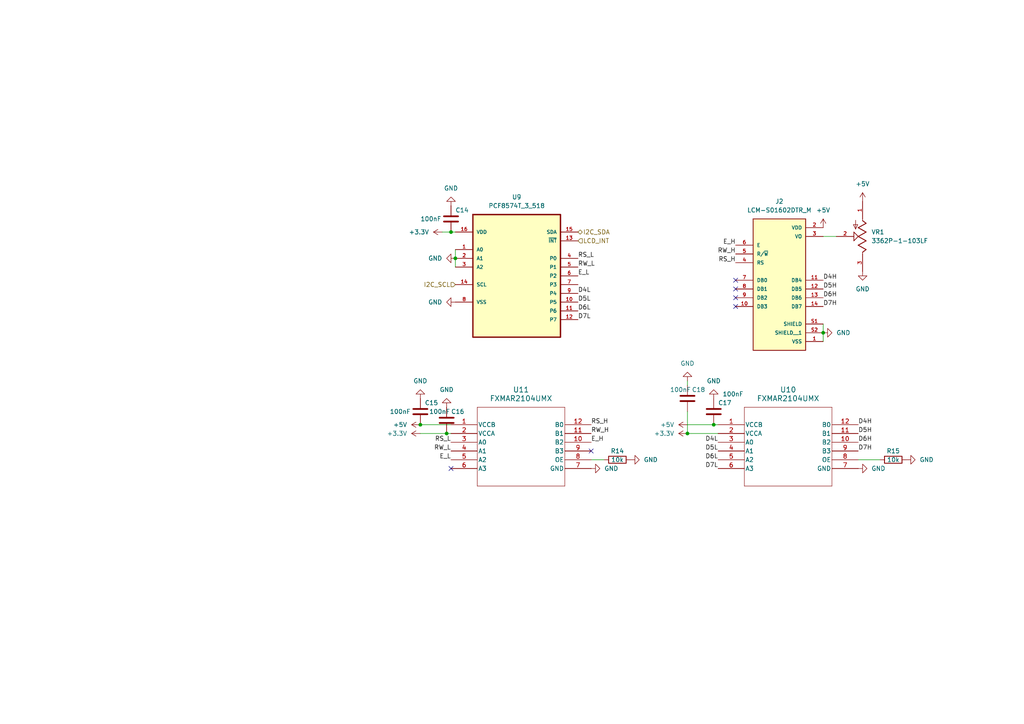
<source format=kicad_sch>
(kicad_sch (version 20230121) (generator eeschema)
  (paper "A4")
  (lib_symbols
    (symbol "2024-05-14_23-25-40:FXMAR2104UMX" (pin_names (offset 0.254))
      (property "Reference" "U" (at 20.32 10.16 0))
      (property "Value" "FXMAR2104UMX" (at 20.32 7.62 0))
      (symbol "FXMAR2104UMX_0_1"
        (polyline (pts (xy 7.62 -17.78) (xy 33.02 -17.78)) (stroke (width 0.127)))
        (polyline (pts (xy 7.62 5.08) (xy 7.62 -17.78)) (stroke (width 0.127)))
        (polyline (pts (xy 33.02 -17.78) (xy 33.02 5.08)) (stroke (width 0.127)))
        (polyline (pts (xy 33.02 5.08) (xy 7.62 5.08)) (stroke (width 0.127)))
        (pin power_in line (at 0 0 0) (length 7.62) (name "VCCB") (number "1"))
        (pin bidirectional line (at 40.64 -5.08 180) (length 7.62) (name "B2") (number "10"))
        (pin bidirectional line (at 40.64 -2.54 180) (length 7.62) (name "B1") (number "11"))
        (pin bidirectional line (at 40.64 0 180) (length 7.62) (name "B0") (number "12"))
        (pin power_in line (at 0 -2.54 0) (length 7.62) (name "VCCA") (number "2"))
        (pin bidirectional line (at 0 -5.08 0) (length 7.62) (name "A0") (number "3"))
        (pin bidirectional line (at 0 -7.62 0) (length 7.62) (name "A1") (number "4"))
        (pin bidirectional line (at 0 -10.16 0) (length 7.62) (name "A2") (number "5"))
        (pin bidirectional line (at 0 -12.7 0) (length 7.62) (name "A3") (number "6"))
        (pin power_out line (at 40.64 -12.7 180) (length 7.62) (name "GND") (number "7"))
        (pin input line (at 40.64 -10.16 180) (length 7.62) (name "OE") (number "8"))
        (pin bidirectional line (at 40.64 -7.62 180) (length 7.62) (name "B3") (number "9"))
      )
    )
    (symbol "3362P-1-103LF:3362P-1-103LF" (pin_names (offset 1.016))
      (property "Reference" "VR" (at -10.1818 2.5465 0))
      (property "Value" "3362P-1-103LF" (at -10.1645 -7.6423 0))
      (symbol "3362P-1-103LF_0_0"
        (polyline (pts (xy -5.08 0) (xy -4.572 0)) (stroke (width 0.1524)))
        (polyline (pts (xy -4.699 -2.032) (xy -2.159 -2.032)) (stroke (width 0.1524)))
        (polyline (pts (xy -4.572 0) (xy -3.81 1.016)) (stroke (width 0.254)))
        (polyline (pts (xy -3.81 1.016) (xy -2.54 -1.27)) (stroke (width 0.254)))
        (polyline (pts (xy -3.429 -2.667) (xy -3.429 -1.397)) (stroke (width 0.1524)))
        (polyline (pts (xy -3.429 -1.397) (xy -2.159 -2.032)) (stroke (width 0.1524)))
        (polyline (pts (xy -2.54 -1.27) (xy -1.27 1.016)) (stroke (width 0.254)))
        (polyline (pts (xy -2.159 -2.032) (xy -3.429 -2.667)) (stroke (width 0.1524)))
        (polyline (pts (xy -1.27 -2.54) (xy 0 -1.27)) (stroke (width 0.2032)))
        (polyline (pts (xy -1.27 1.016) (xy 0 -1.27)) (stroke (width 0.254)))
        (polyline (pts (xy 0 -1.27) (xy 1.27 -2.54)) (stroke (width 0.2032)))
        (polyline (pts (xy 0 -1.27) (xy 1.27 1.016)) (stroke (width 0.254)))
        (polyline (pts (xy 1.27 -2.54) (xy -1.27 -2.54)) (stroke (width 0.2032)))
        (polyline (pts (xy 1.27 1.016) (xy 2.54 -1.27)) (stroke (width 0.254)))
        (polyline (pts (xy 2.54 -1.27) (xy 3.81 1.016)) (stroke (width 0.254)))
        (polyline (pts (xy 3.81 1.016) (xy 4.572 0)) (stroke (width 0.254)))
        (polyline (pts (xy 4.572 0) (xy 5.08 0)) (stroke (width 0.1524)))
        (pin passive line (at -10.16 0 0) (length 5.08) (name "~") (number "1"))
        (pin passive line (at 0 -7.62 90) (length 5.08) (name "~") (number "2"))
        (pin passive line (at 10.16 0 180) (length 5.08) (name "~") (number "3"))
      )
    )
    (symbol "Device:C" (pin_numbers hide) (pin_names (offset 0.254))
      (property "Reference" "C" (at 0.635 2.54 0))
      (property "Value" "C" (at 0.635 -2.54 0))
      (symbol "C_0_1"
        (polyline (pts (xy -2.032 -0.762) (xy 2.032 -0.762)) (stroke (width 0.508)))
        (polyline (pts (xy -2.032 0.762) (xy 2.032 0.762)) (stroke (width 0.508)))
      )
      (symbol "C_1_1"
        (pin passive line (at 0 3.81 270) (length 2.794) (name "~") (number "1"))
        (pin passive line (at 0 -3.81 90) (length 2.794) (name "~") (number "2"))
      )
    )
    (symbol "Device:R" (pin_numbers hide) (pin_names (offset 0))
      (property "Reference" "R" (at 2.032 0 90))
      (property "Value" "R" (at 0 0 90))
      (symbol "R_0_1"
        (rectangle (start -1.016 -2.54) (end 1.016 2.54) (stroke (width 0.254)))
      )
      (symbol "R_1_1"
        (pin passive line (at 0 3.81 270) (length 1.27) (name "~") (number "1"))
        (pin passive line (at 0 -3.81 90) (length 1.27) (name "~") (number "2"))
      )
    )
    (symbol "LCM-S01602DTR_M:LCM-S01602DTR_M" (pin_names (offset 1.016))
      (property "Reference" "J" (at -7.62 19.05 0))
      (property "Value" "LCM-S01602DTR_M" (at -7.62 -22.86 0))
      (symbol "LCM-S01602DTR_M_0_0"
        (rectangle (start -7.62 -20.32) (end 7.62 17.78) (stroke (width 0.254)) (fill (type background)))
        (pin power_in line (at 12.7 -17.78 180) (length 5.08) (name "VSS") (number "1"))
        (pin bidirectional line (at -12.7 -7.62 0) (length 5.08) (name "DB3") (number "10"))
        (pin bidirectional line (at 12.7 0 180) (length 5.08) (name "DB4") (number "11"))
        (pin bidirectional line (at 12.7 -2.54 180) (length 5.08) (name "DB5") (number "12"))
        (pin bidirectional line (at 12.7 -5.08 180) (length 5.08) (name "DB6") (number "13"))
        (pin bidirectional line (at 12.7 -7.62 180) (length 5.08) (name "DB7") (number "14"))
        (pin power_in line (at 12.7 15.24 180) (length 5.08) (name "VDD") (number "2"))
        (pin passive line (at 12.7 12.7 180) (length 5.08) (name "VO") (number "3"))
        (pin input line (at -12.7 5.08 0) (length 5.08) (name "RS") (number "4"))
        (pin input line (at -12.7 7.62 0) (length 5.08) (name "R/~{W}") (number "5"))
        (pin input line (at -12.7 10.16 0) (length 5.08) (name "E") (number "6"))
        (pin bidirectional line (at -12.7 0 0) (length 5.08) (name "DB0") (number "7"))
        (pin bidirectional line (at -12.7 -2.54 0) (length 5.08) (name "DB1") (number "8"))
        (pin bidirectional line (at -12.7 -5.08 0) (length 5.08) (name "DB2") (number "9"))
        (pin passive line (at 12.7 -12.7 180) (length 5.08) (name "SHIELD") (number "S1"))
        (pin passive line (at 12.7 -15.24 180) (length 5.08) (name "SHIELD__1") (number "S2"))
      )
    )
    (symbol "PCF8574T_3_518:PCF8574T_3_518" (pin_names (offset 1.016))
      (property "Reference" "U" (at -4.8821 16.5789 0))
      (property "Value" "PCF8574T_3_518" (at -4.6387 -23.3717 0))
      (symbol "PCF8574T_3_518_0_0"
        (rectangle (start -12.7 -20.32) (end 12.7 15.24) (stroke (width 0.4064)) (fill (type background)))
        (pin input line (at -17.78 5.08 0) (length 5.08) (name "A0") (number "1"))
        (pin bidirectional line (at 17.78 -10.16 180) (length 5.08) (name "P5") (number "10"))
        (pin bidirectional line (at 17.78 -12.7 180) (length 5.08) (name "P6") (number "11"))
        (pin bidirectional line (at 17.78 -15.24 180) (length 5.08) (name "P7") (number "12"))
        (pin output line (at 17.78 7.62 180) (length 5.08) (name "~{INT}") (number "13"))
        (pin input line (at -17.78 -5.08 0) (length 5.08) (name "SCL") (number "14"))
        (pin bidirectional line (at 17.78 10.16 180) (length 5.08) (name "SDA") (number "15"))
        (pin power_in line (at -17.78 10.16 0) (length 5.08) (name "VDD") (number "16"))
        (pin input line (at -17.78 2.54 0) (length 5.08) (name "A1") (number "2"))
        (pin input line (at -17.78 0 0) (length 5.08) (name "A2") (number "3"))
        (pin bidirectional line (at 17.78 2.54 180) (length 5.08) (name "P0") (number "4"))
        (pin bidirectional line (at 17.78 0 180) (length 5.08) (name "P1") (number "5"))
        (pin bidirectional line (at 17.78 -2.54 180) (length 5.08) (name "P2") (number "6"))
        (pin bidirectional line (at 17.78 -5.08 180) (length 5.08) (name "P3") (number "7"))
        (pin passive line (at -17.78 -10.16 0) (length 5.08) (name "VSS") (number "8"))
        (pin bidirectional line (at 17.78 -7.62 180) (length 5.08) (name "P4") (number "9"))
      )
    )
    (symbol "power:+3.3V" (power) (pin_names (offset 0))
      (property "Value" "+3.3V" (at 0 3.556 0))
      (symbol "+3.3V_0_1"
        (polyline (pts (xy -0.762 1.27) (xy 0 2.54)))
        (polyline (pts (xy 0 0) (xy 0 2.54)))
        (polyline (pts (xy 0 2.54) (xy 0.762 1.27)))
      )
      (symbol "+3.3V_1_1"
        (pin power_in line (at 0 0 90) (length 0) hide (name "+3.3V") (number "1"))
      )
    )
    (symbol "power:+5V" (power) (pin_names (offset 0))
      (property "Value" "+5V" (at 0 3.556 0))
      (symbol "+5V_0_1"
        (polyline (pts (xy -0.762 1.27) (xy 0 2.54)))
        (polyline (pts (xy 0 0) (xy 0 2.54)))
        (polyline (pts (xy 0 2.54) (xy 0.762 1.27)))
      )
      (symbol "+5V_1_1"
        (pin power_in line (at 0 0 90) (length 0) hide (name "+5V") (number "1"))
      )
    )
    (symbol "power:GND" (power) (pin_names (offset 0))
      (property "Value" "GND" (at 0 -3.81 0))
      (symbol "GND_0_1"
        (polyline (pts (xy 0 0) (xy 0 -1.27) (xy 1.27 -1.27) (xy 0 -2.54) (xy -1.27 -1.27) (xy 0 -1.27)))
      )
      (symbol "GND_1_1"
        (pin power_in line (at 0 0 270) (length 0) hide (name "GND") (number "1"))
      )
    )
  )
  (junction (at 130.81 67.31))
  (junction (at 129.54 125.73))
  (junction (at 207.01 123.19))
  (junction (at 132.08 74.93))
  (junction (at 238.76 96.52))
  (junction (at 121.92 123.19))
  (junction (at 199.39 125.73))
  (no_connect (at 213.36 88.9))
  (no_connect (at 130.81 135.89))
  (no_connect (at 171.45 130.81))
  (no_connect (at 213.36 86.36))
  (no_connect (at 213.36 83.82))
  (no_connect (at 213.36 81.28))
  (wire (pts (xy 238.76 93.98) (xy 238.76 96.52)))
  (wire (pts (xy 207.01 123.19) (xy 208.28 123.19)))
  (wire (pts (xy 132.08 77.47) (xy 132.08 74.93)))
  (wire (pts (xy 171.45 133.35) (xy 175.26 133.35)))
  (wire (pts (xy 128.27 67.31) (xy 130.81 67.31)))
  (wire (pts (xy 132.08 72.39) (xy 132.08 74.93)))
  (wire (pts (xy 121.92 125.73) (xy 129.54 125.73)))
  (wire (pts (xy 130.81 67.31) (xy 132.08 67.31)))
  (wire (pts (xy 121.92 123.19) (xy 130.81 123.19)))
  (wire (pts (xy 129.54 125.73) (xy 130.81 125.73)))
  (wire (pts (xy 199.39 119.38) (xy 199.39 125.73)))
  (wire (pts (xy 199.39 111.76) (xy 199.39 110.49)))
  (wire (pts (xy 199.39 125.73) (xy 208.28 125.73)))
  (wire (pts (xy 238.76 68.58) (xy 242.57 68.58)))
  (wire (pts (xy 238.76 96.52) (xy 238.76 99.06)))
  (wire (pts (xy 199.39 123.19) (xy 207.01 123.19)))
  (wire (pts (xy 248.92 133.35) (xy 255.27 133.35)))
  (label "D7H" (at 248.92 130.81 0))
  (label "D4H" (at 248.92 123.19 0))
  (label "RW_L" (at 130.81 130.81 180))
  (label "D6H" (at 238.76 86.36 0))
  (label "RW_L" (at 167.64 77.47 0))
  (label "D6L" (at 167.64 90.17 0))
  (label "D7L" (at 167.64 92.71 0))
  (label "RS_L" (at 130.81 128.27 180))
  (label "D5H" (at 238.76 83.82 0))
  (label "E_L" (at 167.64 80.01 0))
  (label "D7H" (at 238.76 88.9 0))
  (label "RW_H" (at 213.36 73.66 180))
  (label "D7L" (at 208.28 135.89 180))
  (label "D6L" (at 208.28 133.35 180))
  (label "E_H" (at 171.45 128.27 0))
  (label "D4H" (at 238.76 81.28 0))
  (label "RW_H" (at 171.45 125.73 0))
  (label "D4L" (at 208.28 128.27 180))
  (label "RS_H" (at 171.45 123.19 0))
  (label "E_L" (at 130.81 133.35 180))
  (label "D5H" (at 248.92 125.73 0))
  (label "RS_L" (at 167.64 74.93 0))
  (label "D6H" (at 248.92 128.27 0))
  (label "D5L" (at 208.28 130.81 180))
  (label "E_H" (at 213.36 71.12 180))
  (label "D4L" (at 167.64 85.09 0))
  (label "RS_H" (at 213.36 76.2 180))
  (label "D5L" (at 167.64 87.63 0))
  (hierarchical_label "LCD_INT" (shape input) (at 167.64 69.85 0))
  (hierarchical_label "I2C_SCL" (shape input) (at 132.08 82.55 180))
  (hierarchical_label "I2C_SDA" (shape bidirectional) (at 167.64 67.31 0))
  (symbol (lib_id "power:+5V") (at 250.19 58.42 0) (unit 1)
    (property "Reference" "#PWR033" (effects hide))
    (property "Value" "+5V" (at 250.19 53.34 0))
  )
  (symbol (lib_id "Device:C") (at 129.54 121.92 0) (unit 1)
    (property "Reference" "C16" (at 130.81 119.38 0) (effects (justify left)))
    (property "Value" "100nF" (at 124.46 119.38 0) (effects (justify left)))
  )
  (symbol (lib_id "power:+3.3V") (at 128.27 67.31 90) (unit 1)
    (property "Reference" "#PWR037" (effects hide))
    (property "Value" "+3.3V" (at 124.46 67.31 90) (effects (justify left)))
  )
  (symbol (lib_id "power:GND") (at 238.76 96.52 90) (unit 1)
    (property "Reference" "#PWR012" (effects hide))
    (property "Value" "GND" (at 242.57 96.52 90) (effects (justify right)))
    (instances (project "Motor Programmer Rev. 2" (path "" (reference "#PWR012") (unit 1)) (path "" (reference "#PWR032") (unit 1))))
  )
  (symbol (lib_id "power:+5V") (at 238.76 66.04 0) (unit 1)
    (property "Reference" "#PWR031" (effects hide))
    (property "Value" "+5V" (at 238.76 60.96 0))
  )
  (symbol (lib_id "power:GND") (at 262.89 133.35 90) (unit 1)
    (property "Reference" "#PWR052" (effects hide))
    (property "Value" "GND" (at 266.7 133.35 90) (effects (justify right)))
  )
  (symbol (lib_id "power:GND") (at 248.92 135.89 90) (unit 1)
    (property "Reference" "#PWR012" (effects hide))
    (property "Value" "GND" (at 252.73 135.89 90) (effects (justify right)))
    (instances (project "Motor Programmer Rev. 2" (path "" (reference "#PWR012") (unit 1)) (path "" (reference "#PWR041") (unit 1))))
  )
  (symbol (lib_id "power:GND") (at 250.19 78.74 0) (unit 1)
    (property "Reference" "#PWR034" (effects hide))
    (property "Value" "GND" (at 250.19 83.82 0))
  )
  (symbol (lib_id "2024-05-14_23-25-40:FXMAR2104UMX") (at 208.28 123.19 0) (unit 1)
    (property "Reference" "U10" (at 228.6 113.03 0) (effects (font (size 1.524 1.524))))
    (property "Value" "FXMAR2104UMX" (at 228.6 115.57 0) (effects (font (size 1.524 1.524))))
    (property "Footprint" "footprints3:ULTRATHIN_MLP_12L_ONS" (effects hide))
    (property "Datasheet" "FXMAR2104UMX" (effects hide))
  )
  (symbol (lib_id "power:+5V") (at 121.92 123.19 90) (unit 1)
    (property "Reference" "#PWR031" (effects hide))
    (property "Value" "+5V" (at 118.11 123.19 90) (effects (justify left)))
    (instances (project "Motor Programmer Rev. 2" (path "" (reference "#PWR031") (unit 1)) (path "" (reference "#PWR044") (unit 1))))
  )
  (symbol (lib_id "2024-05-14_23-25-40:FXMAR2104UMX") (at 130.81 123.19 0) (unit 1)
    (property "Reference" "U11" (at 151.13 113.03 0) (effects (font (size 1.524 1.524))))
    (property "Value" "FXMAR2104UMX" (at 151.13 115.57 0) (effects (font (size 1.524 1.524))))
    (property "Footprint" "footprints3:ULTRATHIN_MLP_12L_ONS" (effects hide))
    (property "Datasheet" "FXMAR2104UMX" (effects hide))
  )
  (symbol (lib_id "power:+3.3V") (at 199.39 125.73 90) (unit 1)
    (property "Reference" "#PWR042" (effects hide))
    (property "Value" "+3.3V" (at 195.58 125.73 90) (effects (justify left)))
  )
  (symbol (lib_id "power:GND") (at 132.08 74.93 270) (unit 1)
    (property "Reference" "#PWR039" (effects hide))
    (property "Value" "GND" (at 128.27 74.93 90) (effects (justify right)))
  )
  (symbol (lib_id "power:GND") (at 171.45 135.89 90) (unit 1)
    (property "Reference" "#PWR012" (effects hide))
    (property "Value" "GND" (at 175.26 135.89 90) (effects (justify right)))
    (instances (project "Motor Programmer Rev. 2" (path "" (reference "#PWR012") (unit 1)) (path "" (reference "#PWR046") (unit 1))))
  )
  (symbol (lib_id "power:GND") (at 121.92 115.57 180) (unit 1)
    (property "Reference" "#PWR047" (effects hide))
    (property "Value" "GND" (at 121.92 110.49 0))
  )
  (symbol (lib_id "PCF8574T_3_518:PCF8574T_3_518") (at 149.86 77.47 0) (unit 1)
    (property "Reference" "U9" (at 149.86 57.15 0))
    (property "Value" "PCF8574T_3_518" (at 149.86 59.69 0))
    (property "Footprint" "PCF8574T_3_518:SOIC127P1032X265-16N" (effects hide))
    (property "SUPPLIER" "NXP" (effects hide))
    (property "OC_FARNELL" "2101302" (effects hide))
    (property "OC_NEWARK" "70R6866" (effects hide))
    (property "MPN" "PCF8574T/3,518" (effects hide))
    (property "PACKAGE" "SOIC-16" (effects hide))
  )
  (symbol (lib_id "power:+3.3V") (at 121.92 125.73 90) (unit 1)
    (property "Reference" "#PWR045" (effects hide))
    (property "Value" "+3.3V" (at 118.11 125.73 90) (effects (justify left)))
  )
  (symbol (lib_id "Device:R") (at 179.07 133.35 90) (unit 1)
    (property "Reference" "R14" (at 179.07 130.81 90))
    (property "Value" "10k" (at 179.07 133.35 90))
  )
  (symbol (lib_id "power:GND") (at 207.01 115.57 180) (unit 1)
    (property "Reference" "#PWR049" (effects hide))
    (property "Value" "GND" (at 207.01 110.49 0))
  )
  (symbol (lib_id "3362P-1-103LF:3362P-1-103LF") (at 250.19 68.58 270) (unit 1)
    (property "Reference" "VR1" (at 252.73 67.31 90) (effects (justify left)))
    (property "Value" "3362P-1-103LF" (at 252.73 69.85 90) (effects (justify left)))
    (property "Footprint" "3362P_1_103LF (1):TRIM_3362P-1-103LF" (effects hide))
    (property "PARTREV" "08/26/10" (effects hide))
    (property "MF" "Bourns" (effects hide))
    (property "MP" "3362P-1-205LF" (effects hide))
    (property "STANDARD" "Manufacturer Recommendation" (effects hide))
  )
  (symbol (lib_id "power:GND") (at 199.39 110.49 180) (unit 1)
    (property "Reference" "#PWR050" (effects hide))
    (property "Value" "GND" (at 199.39 105.41 0))
  )
  (symbol (lib_id "power:GND") (at 129.54 118.11 180) (unit 1)
    (property "Reference" "#PWR048" (effects hide))
    (property "Value" "GND" (at 129.54 113.03 0))
  )
  (symbol (lib_id "power:+5V") (at 199.39 123.19 90) (unit 1)
    (property "Reference" "#PWR031" (effects hide))
    (property "Value" "+5V" (at 195.58 123.19 90) (effects (justify left)))
    (instances (project "Motor Programmer Rev. 2" (path "" (reference "#PWR031") (unit 1)) (path "" (reference "#PWR043") (unit 1))))
  )
  (symbol (lib_id "power:GND") (at 132.08 87.63 270) (unit 1)
    (property "Reference" "#PWR036" (effects hide))
    (property "Value" "GND" (at 128.27 87.63 90) (effects (justify right)))
  )
  (symbol (lib_id "power:GND") (at 130.81 59.69 180) (unit 1)
    (property "Reference" "#PWR040" (effects hide))
    (property "Value" "GND" (at 130.81 54.61 0))
  )
  (symbol (lib_id "Device:C") (at 130.81 63.5 0) (unit 1)
    (property "Reference" "C14" (at 132.08 60.96 0) (effects (justify left)))
    (property "Value" "100nF" (at 121.92 63.5 0) (effects (justify left)))
  )
  (symbol (lib_id "Device:C") (at 199.39 115.57 0) (unit 1)
    (property "Reference" "C18" (at 200.66 113.03 0) (effects (justify left)))
    (property "Value" "100nF" (at 194.31 113.03 0) (effects (justify left)))
  )
  (symbol (lib_id "Device:C") (at 207.01 119.38 0) (unit 1)
    (property "Reference" "C17" (at 208.28 116.84 0) (effects (justify left)))
    (property "Value" "100nF" (at 209.55 114.3 0) (effects (justify left)))
  )
  (symbol (lib_id "Device:R") (at 259.08 133.35 90) (unit 1)
    (property "Reference" "R15" (at 259.08 130.81 90))
    (property "Value" "10k" (at 259.08 133.35 90))
  )
  (symbol (lib_id "power:GND") (at 182.88 133.35 90) (unit 1)
    (property "Reference" "#PWR051" (effects hide))
    (property "Value" "GND" (at 186.69 133.35 90) (effects (justify right)))
  )
  (symbol (lib_id "LCM-S01602DTR_M:LCM-S01602DTR_M") (at 226.06 81.28 0) (unit 1)
    (property "Reference" "J2" (at 226.06 58.42 0))
    (property "Value" "LCM-S01602DTR_M" (at 226.06 60.96 0))
    (property "Footprint" "LCM_S01602DTR_M:LCD_LCM-S01602DTR_M" (effects hide))
    (property "PARTREV" "9/11/02" (effects hide))
    (property "STANDARD" "Manufacturer Recommendations" (effects hide))
    (property "MAXIMUM_PACKAGE_HEIGHT" "7.00mm" (effects hide))
    (property "MANUFACTURER" "LUMEX" (effects hide))
  )
  (symbol (lib_id "Device:C") (at 121.92 119.38 0) (unit 1)
    (property "Reference" "C15" (at 123.19 116.84 0) (effects (justify left)))
    (property "Value" "100nF" (at 113.03 119.38 0) (effects (justify left)))
  )
)
</source>
